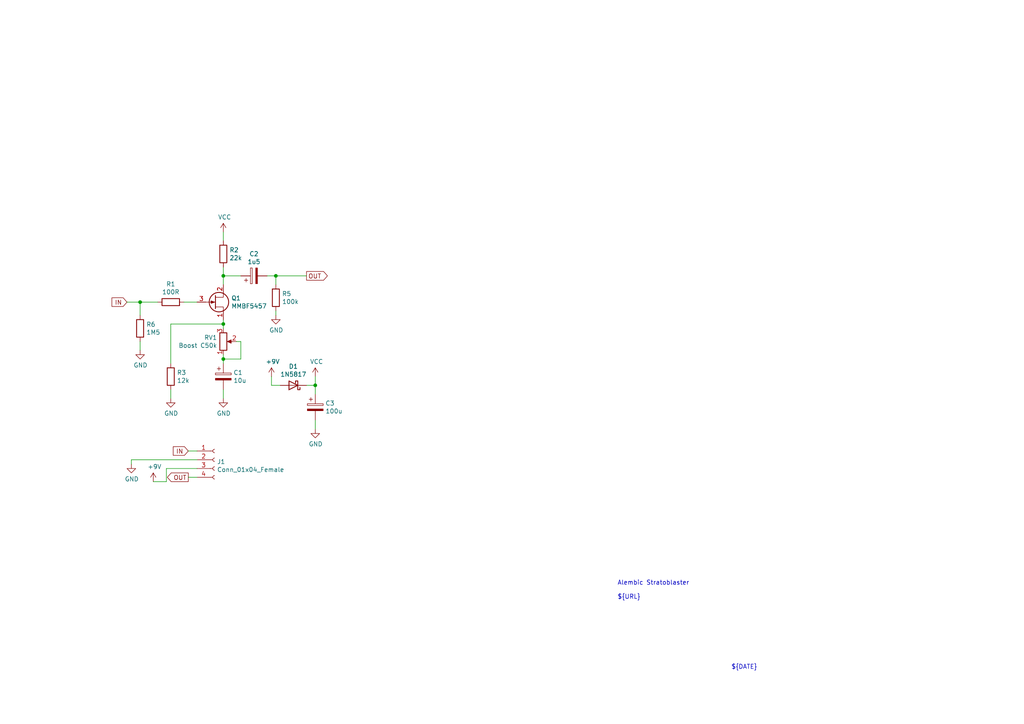
<source format=kicad_sch>
(kicad_sch (version 20211123) (generator eeschema)
  (paper "A4")
  (lib_symbols
    (symbol "Connector:Conn_01x04_Female" (pin_names (offset 1.016) hide)
      (property "Reference" "J" (at 0 5.08 0))
      (property "Value" "Conn_01x04_Female" (at 0 -7.62 0))
      (symbol "Conn_01x04_Female_1_1"
        (arc (start 0 -4.572) (mid -0.508 -5.08) (end 0 -5.588) (stroke (width 0.1524)))
        (arc (start 0 -2.032) (mid -0.508 -2.54) (end 0 -3.048) (stroke (width 0.1524)))
        (polyline (pts (xy -1.27 -5.08) (xy -0.508 -5.08)) (stroke (width 0.1524)))
        (polyline (pts (xy -1.27 -2.54) (xy -0.508 -2.54)) (stroke (width 0.1524)))
        (polyline (pts (xy -1.27 0) (xy -0.508 0)) (stroke (width 0.1524)))
        (polyline (pts (xy -1.27 2.54) (xy -0.508 2.54)) (stroke (width 0.1524)))
        (arc (start 0 0.508) (mid -0.508 0) (end 0 -0.508) (stroke (width 0.1524)))
        (arc (start 0 3.048) (mid -0.508 2.54) (end 0 2.032) (stroke (width 0.1524)))
        (pin passive line (at -5.08 2.54 0) (length 3.81) (name "Pin_1") (number "1"))
        (pin passive line (at -5.08 0 0) (length 3.81) (name "Pin_2") (number "2"))
        (pin passive line (at -5.08 -2.54 0) (length 3.81) (name "Pin_3") (number "3"))
        (pin passive line (at -5.08 -5.08 0) (length 3.81) (name "Pin_4") (number "4"))
      )
    )
    (symbol "Device:CP" (pin_numbers hide) (pin_names (offset 0.254))
      (property "Reference" "C" (at 0.635 2.54 0))
      (property "Value" "CP" (at 0.635 -2.54 0))
      (symbol "CP_0_1"
        (rectangle (start -2.286 0.508) (end 2.286 1.016))
        (polyline (pts (xy -1.778 2.286) (xy -0.762 2.286)))
        (polyline (pts (xy -1.27 2.794) (xy -1.27 1.778)))
        (rectangle (start 2.286 -0.508) (end -2.286 -1.016) (fill (type outline)))
      )
      (symbol "CP_1_1"
        (pin passive line (at 0 3.81 270) (length 2.794) (name "~") (number "1"))
        (pin passive line (at 0 -3.81 90) (length 2.794) (name "~") (number "2"))
      )
    )
    (symbol "Device:R" (pin_numbers hide) (pin_names (offset 0))
      (property "Reference" "R" (at 2.032 0 90))
      (property "Value" "R" (at 0 0 90))
      (symbol "R_0_1"
        (rectangle (start -1.016 -2.54) (end 1.016 2.54) (stroke (width 0.254)))
      )
      (symbol "R_1_1"
        (pin passive line (at 0 3.81 270) (length 1.27) (name "~") (number "1"))
        (pin passive line (at 0 -3.81 90) (length 1.27) (name "~") (number "2"))
      )
    )
    (symbol "Device:R_POT" (pin_names (offset 1.016) hide)
      (property "Reference" "RV" (at -4.445 0 90))
      (property "Value" "R_POT" (at -2.54 0 90))
      (symbol "R_POT_0_1"
        (polyline (pts (xy 2.54 0) (xy 1.524 0)))
        (polyline (pts (xy 1.143 0) (xy 2.286 0.508) (xy 2.286 -0.508) (xy 1.143 0)) (fill (type outline)))
        (rectangle (start 1.016 2.54) (end -1.016 -2.54) (stroke (width 0.254)))
      )
      (symbol "R_POT_1_1"
        (pin passive line (at 0 3.81 270) (length 1.27) (name "1") (number "1"))
        (pin passive line (at 3.81 0 180) (length 1.27) (name "2") (number "2"))
        (pin passive line (at 0 -3.81 90) (length 1.27) (name "3") (number "3"))
      )
    )
    (symbol "Diode:1N5817" (pin_numbers hide) (pin_names (offset 1.016) hide)
      (property "Reference" "D" (at 0 2.54 0))
      (property "Value" "1N5817" (at 0 -2.54 0))
      (symbol "1N5817_0_1"
        (polyline (pts (xy 1.27 0) (xy -1.27 0)))
        (polyline (pts (xy 1.27 1.27) (xy 1.27 -1.27) (xy -1.27 0) (xy 1.27 1.27)) (stroke (width 0.254)))
        (polyline (pts (xy -1.905 0.635) (xy -1.905 1.27) (xy -1.27 1.27) (xy -1.27 -1.27) (xy -0.635 -1.27) (xy -0.635 -0.635)) (stroke (width 0.254)))
      )
      (symbol "1N5817_1_1"
        (pin passive line (at -3.81 0 0) (length 2.54) (name "K") (number "1"))
        (pin passive line (at 3.81 0 180) (length 2.54) (name "A") (number "2"))
      )
    )
    (symbol "power:+9V" (power) (pin_names (offset 0))
      (property "Value" "+9V" (at 0 3.556 0))
      (symbol "+9V_0_1"
        (polyline (pts (xy -0.762 1.27) (xy 0 2.54)))
        (polyline (pts (xy 0 0) (xy 0 2.54)))
        (polyline (pts (xy 0 2.54) (xy 0.762 1.27)))
      )
      (symbol "+9V_1_1"
        (pin power_in line (at 0 0 90) (length 0) hide (name "+9V") (number "1"))
      )
    )
    (symbol "power:GND" (power) (pin_names (offset 0))
      (property "Value" "GND" (at 0 -3.81 0))
      (symbol "GND_0_1"
        (polyline (pts (xy 0 0) (xy 0 -1.27) (xy 1.27 -1.27) (xy 0 -2.54) (xy -1.27 -1.27) (xy 0 -1.27)))
      )
      (symbol "GND_1_1"
        (pin power_in line (at 0 0 270) (length 0) hide (name "GND") (number "1"))
      )
    )
    (symbol "power:VCC" (power) (pin_names (offset 0))
      (property "Value" "VCC" (at 0 3.81 0))
      (symbol "VCC_0_1"
        (polyline (pts (xy -0.762 1.27) (xy 0 2.54)))
        (polyline (pts (xy 0 0) (xy 0 2.54)))
        (polyline (pts (xy 0 2.54) (xy 0.762 1.27)))
      )
      (symbol "VCC_1_1"
        (pin power_in line (at 0 0 90) (length 0) hide (name "VCC") (number "1"))
      )
    )
    (symbol "rockola_symbols:MMBFJ201" (pin_names hide)
      (property "Reference" "Q" (at 5.08 1.905 0))
      (property "Value" "MMBFJ201" (at 5.08 0 0))
      (symbol "MMBFJ201_0_1"
        (polyline (pts (xy 0.254 0) (xy -2.54 0)))
        (polyline (pts (xy 0.254 1.905) (xy 0.254 -1.905)) (stroke (width 0.254)))
        (polyline (pts (xy 2.54 -2.54) (xy 2.54 -1.397) (xy 0.254 -1.397)))
        (polyline (pts (xy 2.54 2.54) (xy 2.54 1.397) (xy 0.254 1.397)))
        (polyline (pts (xy 0 0) (xy -1.016 0.381) (xy -1.016 -0.381) (xy 0 0)) (fill (type outline)))
        (circle (center 1.27 0) (radius 2.8194) (stroke (width 0.254)))
      )
      (symbol "MMBFJ201_1_1"
        (pin passive line (at 2.54 5.08 270) (length 2.54) (name "D") (number "1"))
        (pin passive line (at 2.54 -5.08 90) (length 2.54) (name "S") (number "2"))
        (pin input line (at -5.08 0 0) (length 2.54) (name "G") (number "3"))
      )
    )
  )
  (junction (at 91.44 111.76) (diameter 0.9144))
  (junction (at 40.64 87.63) (diameter 0.9144))
  (junction (at 64.77 80.01) (diameter 0.9144))
  (junction (at 64.77 93.98) (diameter 0.9144))
  (junction (at 80.01 80.01) (diameter 0.9144))
  (junction (at 64.77 104.14) (diameter 0.9144))
  (wire (pts (xy 80.01 82.55) (xy 80.01 80.01)))
  (wire (pts (xy 91.44 111.76) (xy 91.44 114.3)))
  (wire (pts (xy 40.64 99.06) (xy 40.64 101.6)))
  (wire (pts (xy 40.64 91.44) (xy 40.64 87.63)))
  (wire (pts (xy 48.26 139.7) (xy 44.45 139.7)))
  (wire (pts (xy 80.01 90.17) (xy 80.01 91.44)))
  (wire (pts (xy 80.01 80.01) (xy 88.9 80.01)))
  (wire (pts (xy 64.77 93.98) (xy 64.77 95.25)))
  (wire (pts (xy 64.77 80.01) (xy 69.85 80.01)))
  (wire (pts (xy 91.44 109.22) (xy 91.44 111.76)))
  (wire (pts (xy 49.53 93.98) (xy 49.53 105.41)))
  (wire (pts (xy 49.53 93.98) (xy 64.77 93.98)))
  (wire (pts (xy 80.01 80.01) (xy 77.47 80.01)))
  (wire (pts (xy 78.74 111.76) (xy 78.74 109.22)))
  (wire (pts (xy 38.1 133.35) (xy 57.15 133.35)))
  (wire (pts (xy 53.34 87.63) (xy 57.15 87.63)))
  (wire (pts (xy 64.77 92.71) (xy 64.77 93.98)))
  (wire (pts (xy 54.61 138.43) (xy 57.15 138.43)))
  (wire (pts (xy 64.77 77.47) (xy 64.77 80.01)))
  (wire (pts (xy 88.9 111.76) (xy 91.44 111.76)))
  (wire (pts (xy 69.85 104.14) (xy 69.85 99.06)))
  (wire (pts (xy 64.77 67.31) (xy 64.77 69.85)))
  (wire (pts (xy 69.85 99.06) (xy 68.58 99.06)))
  (wire (pts (xy 57.15 135.89) (xy 48.26 135.89)))
  (wire (pts (xy 49.53 113.03) (xy 49.53 115.57)))
  (wire (pts (xy 69.85 104.14) (xy 64.77 104.14)))
  (wire (pts (xy 64.77 113.03) (xy 64.77 115.57)))
  (wire (pts (xy 40.64 87.63) (xy 45.72 87.63)))
  (wire (pts (xy 81.28 111.76) (xy 78.74 111.76)))
  (wire (pts (xy 54.61 130.81) (xy 57.15 130.81)))
  (wire (pts (xy 48.26 135.89) (xy 48.26 139.7)))
  (wire (pts (xy 40.64 87.63) (xy 36.83 87.63)))
  (wire (pts (xy 64.77 102.87) (xy 64.77 104.14)))
  (wire (pts (xy 64.77 104.14) (xy 64.77 105.41)))
  (wire (pts (xy 91.44 121.92) (xy 91.44 124.46)))
  (wire (pts (xy 64.77 80.01) (xy 64.77 82.55)))
  (wire (pts (xy 38.1 134.62) (xy 38.1 133.35)))
  (text "Alembic Stratoblaster\n\n${URL}" (at 179.07 173.99 0) (effects (font (size 1.27 1.27)) (justify left bottom)))
  (text "${TITLE}" (at 209.55 191.77 0) (effects (font (size 2 2)) (justify left bottom)))
  (text "${DATE}" (at 212.09 194.31 0) (effects (font (size 1.27 1.27)) (justify left bottom)))
  (text "${REVISION}" (at 269.24 194.31 0) (effects (font (size 1.27 1.27)) (justify left bottom)))
  (global_label "IN" (shape input) (at 54.61 130.81 180) (property "Intersheet References" "${INTERSHEET_REFS}" (effects hide)))
  (global_label "IN" (shape input) (at 36.83 87.63 180) (property "Intersheet References" "${INTERSHEET_REFS}" (effects hide)))
  (global_label "OUT" (shape output) (at 54.61 138.43 180) (property "Intersheet References" "${INTERSHEET_REFS}" (effects hide)))
  (global_label "OUT" (shape output) (at 88.9 80.01 0) (property "Intersheet References" "${INTERSHEET_REFS}" (effects hide)))
  (symbol (lib_id "rockola_symbols:MMBFJ201") (at 62.23 87.63 0) (mirror x) (unit 1)
    (property "Reference" "Q1" (at 67.0815 86.4806 0) (effects (justify left)))
    (property "Value" "MMBF5457" (at 67.0815 88.7793 0) (effects (justify left)))
    (property "Footprint" "Package_TO_SOT_SMD:SOT-23" (effects hide))
    (property "Datasheet" "http://www.experimentalistsanonymous.com/diy/Datasheets/J201.pdf" (effects hide))
  )
  (symbol (lib_id "power:GND") (at 49.53 115.57 0) (unit 1)
    (property "Reference" "#PWR0103" (effects hide))
    (property "Value" "GND" (at 49.6443 119.8944 0))
  )
  (symbol (lib_id "Device:R_POT") (at 64.77 99.06 0) (mirror x) (unit 1)
    (property "Reference" "RV1" (at 62.992 97.9106 0) (effects (justify right)))
    (property "Value" "Boost C50k" (at 62.992 100.2093 0) (effects (justify right)))
    (property "Footprint" "potentiometers:16MM_B.MOUNT" (effects hide))
  )
  (symbol (lib_id "Device:CP") (at 91.44 118.11 0) (unit 1)
    (property "Reference" "C3" (at 94.3611 116.9606 0) (effects (justify left)))
    (property "Value" "100u" (at 94.3611 119.2593 0) (effects (justify left)))
    (property "Footprint" "rockola_kicad_footprints:CP_D6.3_P2.50" (effects hide))
  )
  (symbol (lib_id "Device:CP") (at 73.66 80.01 90) (unit 1)
    (property "Reference" "C2" (at 73.66 73.6408 90))
    (property "Value" "1u5" (at 73.66 75.9395 90))
    (property "Footprint" "rockola_kicad_footprints:CP_D5.0_P2.50" (effects hide))
  )
  (symbol (lib_id "power:VCC") (at 64.77 67.31 0) (unit 1)
    (property "Reference" "#PWR0102" (effects hide))
    (property "Value" "VCC" (at 65.1383 62.9856 0))
  )
  (symbol (lib_id "Device:R") (at 49.53 109.22 0) (unit 1)
    (property "Reference" "R3" (at 51.3081 108.0706 0) (effects (justify left)))
    (property "Value" "12k" (at 51.3081 110.3693 0) (effects (justify left)))
    (property "Footprint" "Resistor_SMD:R_0603_1608Metric" (effects hide))
  )
  (symbol (lib_id "Device:R") (at 49.53 87.63 90) (unit 1)
    (property "Reference" "R1" (at 49.53 82.4038 90))
    (property "Value" "100R" (at 49.53 84.7025 90))
    (property "Footprint" "Resistor_SMD:R_0603_1608Metric" (effects hide))
  )
  (symbol (lib_id "Device:R") (at 40.64 95.25 0) (unit 1)
    (property "Reference" "R6" (at 42.4181 94.1006 0) (effects (justify left)))
    (property "Value" "1M5" (at 42.4181 96.3993 0) (effects (justify left)))
    (property "Footprint" "Resistor_SMD:R_0603_1608Metric" (effects hide))
  )
  (symbol (lib_id "power:VCC") (at 91.44 109.22 0) (unit 1)
    (property "Reference" "#PWR0108" (effects hide))
    (property "Value" "VCC" (at 91.8083 104.8956 0))
  )
  (symbol (lib_id "Connector:Conn_01x04_Female") (at 62.23 133.35 0) (unit 1)
    (property "Reference" "J1" (at 62.9413 133.9278 0) (effects (justify left)))
    (property "Value" "Conn_01x04_Female" (at 62.9413 136.2265 0) (effects (justify left)))
    (property "Footprint" "rockola_kicad_footprints:Stomp_4pin_Power_No_LED" (effects hide))
  )
  (symbol (lib_id "power:+9V") (at 78.74 109.22 0) (unit 1)
    (property "Reference" "#PWR0105" (effects hide))
    (property "Value" "+9V" (at 79.1083 104.8956 0))
  )
  (symbol (lib_id "power:GND") (at 40.64 101.6 0) (unit 1)
    (property "Reference" "#PWR0101" (effects hide))
    (property "Value" "GND" (at 40.7543 105.9244 0))
  )
  (symbol (lib_id "Diode:1N5817") (at 85.09 111.76 180) (unit 1)
    (property "Reference" "D1" (at 85.09 106.2798 0))
    (property "Value" "1N5817" (at 85.09 108.5785 0))
    (property "Footprint" "Diode_THT:D_DO-41_SOD81_P10.16mm_Horizontal" (effects hide))
    (property "Datasheet" "http://www.vishay.com/docs/88525/1n5817.pdf" (effects hide))
  )
  (symbol (lib_id "power:GND") (at 91.44 124.46 0) (unit 1)
    (property "Reference" "#PWR0107" (effects hide))
    (property "Value" "GND" (at 91.5543 128.7844 0))
  )
  (symbol (lib_id "Device:R") (at 80.01 86.36 0) (unit 1)
    (property "Reference" "R5" (at 81.7881 85.2106 0) (effects (justify left)))
    (property "Value" "100k" (at 81.7881 87.5093 0) (effects (justify left)))
    (property "Footprint" "Resistor_SMD:R_0603_1608Metric" (effects hide))
  )
  (symbol (lib_id "power:GND") (at 64.77 115.57 0) (unit 1)
    (property "Reference" "#PWR0104" (effects hide))
    (property "Value" "GND" (at 64.8843 119.8944 0))
  )
  (symbol (lib_id "Device:R") (at 64.77 73.66 0) (unit 1)
    (property "Reference" "R2" (at 66.5481 72.5106 0) (effects (justify left)))
    (property "Value" "22k" (at 66.5481 74.8093 0) (effects (justify left)))
    (property "Footprint" "Resistor_SMD:R_0603_1608Metric" (effects hide))
  )
  (symbol (lib_id "power:+9V") (at 44.45 139.7 0) (unit 1)
    (property "Reference" "#PWR0109" (effects hide))
    (property "Value" "+9V" (at 44.8183 135.3756 0))
  )
  (symbol (lib_id "Device:CP") (at 64.77 109.22 0) (unit 1)
    (property "Reference" "C1" (at 67.6911 108.0706 0) (effects (justify left)))
    (property "Value" "10u" (at 67.6911 110.3693 0) (effects (justify left)))
    (property "Footprint" "rockola_kicad_footprints:CP_D5.0_P2.50" (effects hide))
  )
  (symbol (lib_id "power:GND") (at 80.01 91.44 0) (unit 1)
    (property "Reference" "#PWR0106" (effects hide))
    (property "Value" "GND" (at 80.1243 95.7644 0))
  )
  (symbol (lib_id "power:GND") (at 38.1 134.62 0) (unit 1)
    (property "Reference" "#PWR0110" (effects hide))
    (property "Value" "GND" (at 38.2143 138.9444 0))
  )
)
</source>
